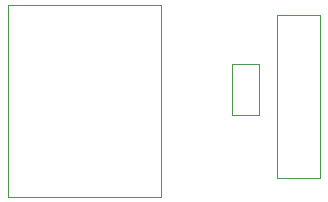
<source format=gbr>
G04 #@! TF.GenerationSoftware,KiCad,Pcbnew,(2018-02-16 revision c95340fba)-makepkg*
G04 #@! TF.CreationDate,2018-04-24T18:33:14+02:00*
G04 #@! TF.ProjectId,lmd,6C6D642E6B696361645F706362000000,rev?*
G04 #@! TF.SameCoordinates,Original*
G04 #@! TF.FileFunction,Other,User*
%FSLAX46Y46*%
G04 Gerber Fmt 4.6, Leading zero omitted, Abs format (unit mm)*
G04 Created by KiCad (PCBNEW (2018-02-16 revision c95340fba)-makepkg) date 04/24/18 18:33:14*
%MOMM*%
%LPD*%
G01*
G04 APERTURE LIST*
%ADD10C,0.050000*%
G04 APERTURE END LIST*
D10*
X114714800Y-125332400D02*
X114714800Y-109082400D01*
X114714800Y-125332400D02*
X101774800Y-125332400D01*
X101774800Y-109082400D02*
X114714800Y-109082400D01*
X101774800Y-109082400D02*
X101774800Y-125332400D01*
X123019200Y-118380400D02*
X123019200Y-114080400D01*
X120719200Y-118380400D02*
X123019200Y-118380400D01*
X120719200Y-114080400D02*
X120719200Y-118380400D01*
X123019200Y-114080400D02*
X120719200Y-114080400D01*
X124565000Y-109960000D02*
X128165000Y-109960000D01*
X124565000Y-123710000D02*
X124565000Y-109960000D01*
X128165000Y-123710000D02*
X124565000Y-123710000D01*
X128165000Y-109960000D02*
X128165000Y-123710000D01*
M02*

</source>
